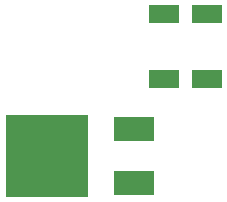
<source format=gbr>
G04 #@! TF.GenerationSoftware,KiCad,Pcbnew,(5.1.5)-3*
G04 #@! TF.CreationDate,2020-11-23T20:36:50+00:00*
G04 #@! TF.ProjectId,Retrospector_Components,52657472-6f73-4706-9563-746f725f436f,rev?*
G04 #@! TF.SameCoordinates,Original*
G04 #@! TF.FileFunction,Paste,Bot*
G04 #@! TF.FilePolarity,Positive*
%FSLAX46Y46*%
G04 Gerber Fmt 4.6, Leading zero omitted, Abs format (unit mm)*
G04 Created by KiCad (PCBNEW (5.1.5)-3) date 2020-11-23 20:36:50*
%MOMM*%
%LPD*%
G04 APERTURE LIST*
%ADD10R,2.600000X1.600000*%
%ADD11R,3.500000X2.000000*%
%ADD12R,7.000000X7.000000*%
G04 APERTURE END LIST*
D10*
X145200000Y-61200000D03*
X141600000Y-61200000D03*
X145200000Y-55700000D03*
X141600000Y-55700000D03*
D11*
X139075000Y-65400000D03*
X139075000Y-69980000D03*
D12*
X131675000Y-67700000D03*
M02*

</source>
